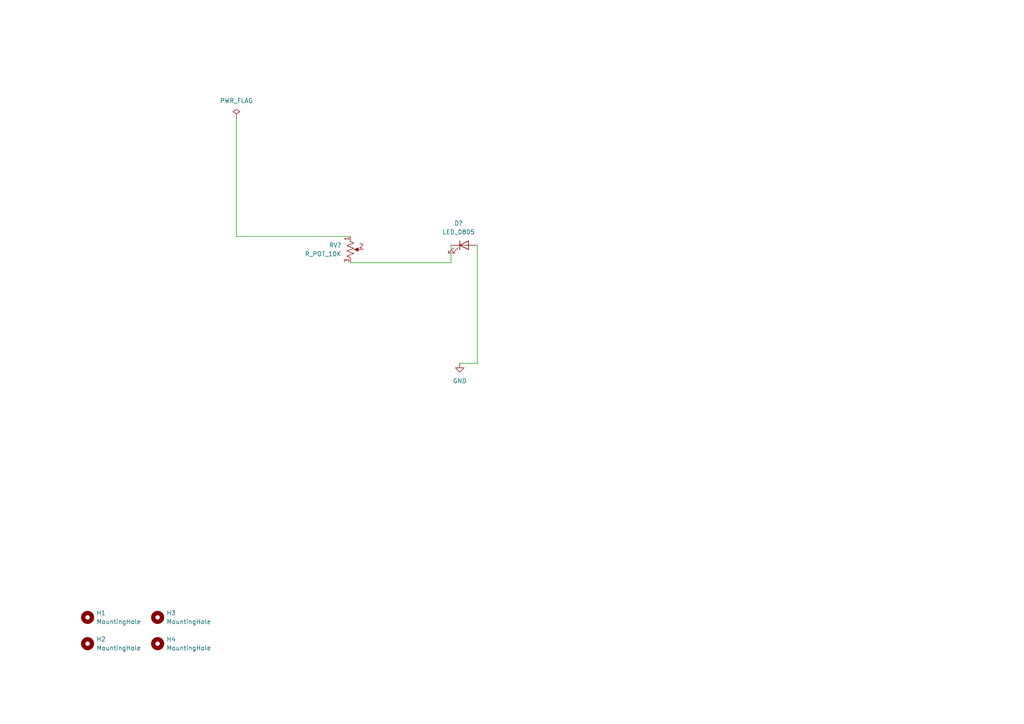
<source format=kicad_sch>
(kicad_sch (version 20211123) (generator eeschema)
  (paper "A4")
  (lib_symbols
    (symbol "HPS:GND" (power) (pin_names (offset 0))
      (property "Value" "GND" (at 0 -3.81 0))
      (symbol "GND_0_1"
        (polyline (pts (xy 0 0) (xy 0 -1.27) (xy 1.27 -1.27) (xy 0 -2.54) (xy -1.27 -1.27) (xy 0 -1.27)))
      )
      (symbol "GND_1_1"
        (pin power_in line (at 0 0 270) (length 0) hide (name "GND") (number "1"))
      )
    )
    (symbol "HPS:LED_0805" (pin_numbers hide) (pin_names (offset 1.016) hide)
      (property "Reference" "D" (at 0 2.54 0))
      (property "Value" "LED_0805" (at 0 -2.54 0))
      (symbol "LED_0805_0_1"
        (polyline (pts (xy -1.27 -1.27) (xy -1.27 1.27)) (stroke (width 0.2032)))
        (polyline (pts (xy -1.27 0) (xy 1.27 0)))
        (polyline (pts (xy 1.27 -1.27) (xy 1.27 1.27) (xy -1.27 0) (xy 1.27 -1.27)) (stroke (width 0.2032)))
        (polyline (pts (xy -3.048 -0.762) (xy -4.572 -2.286) (xy -3.81 -2.286) (xy -4.572 -2.286) (xy -4.572 -1.524)))
        (polyline (pts (xy -1.778 -0.762) (xy -3.302 -2.286) (xy -2.54 -2.286) (xy -3.302 -2.286) (xy -3.302 -1.524)))
      )
      (symbol "LED_0805_1_1"
        (pin passive line (at -3.81 0 0) (length 2.54) (name "K") (number "1"))
        (pin passive line (at 3.81 0 180) (length 2.54) (name "A") (number "2"))
      )
    )
    (symbol "HPS:MountingHole" (pin_names (offset 1.016))
      (property "Reference" "H" (at 0 5.08 0))
      (property "Value" "MountingHole" (at 0 3.175 0))
      (symbol "MountingHole_0_1"
        (circle (center 0 0) (radius 1.27) (stroke (width 1.27)))
      )
    )
    (symbol "HPS:PWR_FLAG" (power) (pin_numbers hide) (pin_names (offset 0) hide)
      (property "Value" "PWR_FLAG" (at 0 3.81 0))
      (symbol "PWR_FLAG_0_0"
        (pin power_out line (at 0 0 90) (length 0) (name "pwr") (number "1"))
      )
      (symbol "PWR_FLAG_0_1"
        (polyline (pts (xy 0 0) (xy 0 1.27) (xy -1.016 1.905) (xy 0 2.54) (xy 1.016 1.905) (xy 0 1.27)))
      )
    )
    (symbol "HPS:R_POT_10K" (pin_names (offset 1.016) hide)
      (property "Reference" "RV" (at -4.445 0 90))
      (property "Value" "R_POT_10K" (at -2.54 0 90))
      (symbol "R_POT_10K_0_1"
        (polyline (pts (xy 0 -2.286) (xy 0 -2.54)))
        (polyline (pts (xy 0 2.54) (xy 0 2.286)))
        (polyline (pts (xy 2.54 0) (xy 1.524 0)))
        (polyline (pts (xy 1.143 0) (xy 2.286 0.508) (xy 2.286 -0.508) (xy 1.143 0)) (fill (type outline)))
        (polyline (pts (xy 0 -0.762) (xy 1.016 -1.143) (xy 0 -1.524) (xy -1.016 -1.905) (xy 0 -2.286)))
        (polyline (pts (xy 0 0.762) (xy 1.016 0.381) (xy 0 0) (xy -1.016 -0.381) (xy 0 -0.762)))
        (polyline (pts (xy 0 2.286) (xy 1.016 1.905) (xy 0 1.524) (xy -1.016 1.143) (xy 0 0.762)))
      )
      (symbol "R_POT_10K_1_1"
        (pin passive line (at 0 3.81 270) (length 1.27) (name "1") (number "1"))
        (pin passive line (at 3.81 0 180) (length 1.27) (name "2") (number "2"))
        (pin passive line (at 0 -3.81 90) (length 1.27) (name "3") (number "3"))
      )
    )
  )
  (wire (pts (xy 68.58 34.29) (xy 68.58 68.58)))
  (wire (pts (xy 68.58 68.58) (xy 101.6 68.58)))
  (wire (pts (xy 138.43 105.41) (xy 133.35 105.41)))
  (wire (pts (xy 101.6 76.2) (xy 130.81 76.2)))
  (wire (pts (xy 138.43 71.12) (xy 138.43 105.41)))
  (wire (pts (xy 130.81 76.2) (xy 130.81 71.12)))
  (symbol (lib_id "HPS:MountingHole") (at 45.72 179.07 0) (unit 1)
    (property "Reference" "H3" (at 48.26 177.7999 0) (effects (justify left)))
    (property "Value" "MountingHole" (at 48.26 180.3399 0) (effects (justify left)))
    (property "Footprint" "footprints:MountingHole_3.2mm_M3" (effects hide))
  )
  (symbol (lib_id "HPS:R_POT_10K") (at 101.6 72.39 0) (unit 1)
    (property "Reference" "RV?" (at 99.06 71.1199 0) (effects (justify right)))
    (property "Value" "R_POT_10K" (at 99.06 73.6599 0) (effects (justify right)))
    (property "Footprint" "footprints:Potentiometer_Bourns_3386P_Vertical" (effects hide))
    (property "Datasheet" "https://www.bourns.com/docs/Product-Datasheets/3386.pdf" (effects hide))
    (property "MFG" "Bourns Inc." (effects hide))
    (property "MPN" "3386P-1-103TLF" (effects hide))
    (property "Digikey PN" "3386P-103TLF-ND" (effects hide))
    (property "Mouser PN" "N/A" (effects hide))
  )
  (symbol (lib_id "HPS:MountingHole") (at 25.4 179.07 0) (unit 1)
    (property "Reference" "H1" (at 27.94 177.7999 0) (effects (justify left)))
    (property "Value" "MountingHole" (at 27.94 180.3399 0) (effects (justify left)))
    (property "Footprint" "footprints:MountingHole_3.2mm_M3" (effects hide))
  )
  (symbol (lib_id "HPS:LED_0805") (at 134.62 71.12 0) (unit 1)
    (property "Reference" "D?" (at 133.0198 64.77 0))
    (property "Value" "LED_0805" (at 133.0198 67.31 0))
    (property "Footprint" "footprints:LED_0805_2012Metric" (effects hide))
    (property "Datasheet" "https://www.we-online.de/katalog/datasheet/150080RS75000.pdf" (effects hide))
    (property "MFG" "Würth Elektronik" (effects hide))
    (property "MPN" "150080RS75000" (effects hide))
    (property "Digikey PN" "732-4984-1-ND" (effects hide))
    (property "Mouser PN" "N/A" (effects hide))
  )
  (symbol (lib_id "HPS:PWR_FLAG") (at 68.58 34.29 0) (unit 1)
    (property "Reference" "#FLG?" (effects hide))
    (property "Value" "PWR_FLAG" (at 68.58 29.21 0))
  )
  (symbol (lib_id "HPS:MountingHole") (at 25.4 186.69 0) (unit 1)
    (property "Reference" "H2" (at 27.94 185.4199 0) (effects (justify left)))
    (property "Value" "MountingHole" (at 27.94 187.9599 0) (effects (justify left)))
    (property "Footprint" "footprints:MountingHole_3.2mm_M3" (effects hide))
  )
  (symbol (lib_id "HPS:GND") (at 133.35 105.41 0) (unit 1)
    (property "Reference" "#PWR?" (effects hide))
    (property "Value" "GND" (at 133.35 110.49 0))
  )
  (symbol (lib_id "HPS:MountingHole") (at 45.72 186.69 0) (unit 1)
    (property "Reference" "H4" (at 48.26 185.4199 0) (effects (justify left)))
    (property "Value" "MountingHole" (at 48.26 187.9599 0) (effects (justify left)))
    (property "Footprint" "footprints:MountingHole_3.2mm_M3" (effects hide))
  )
)
</source>
